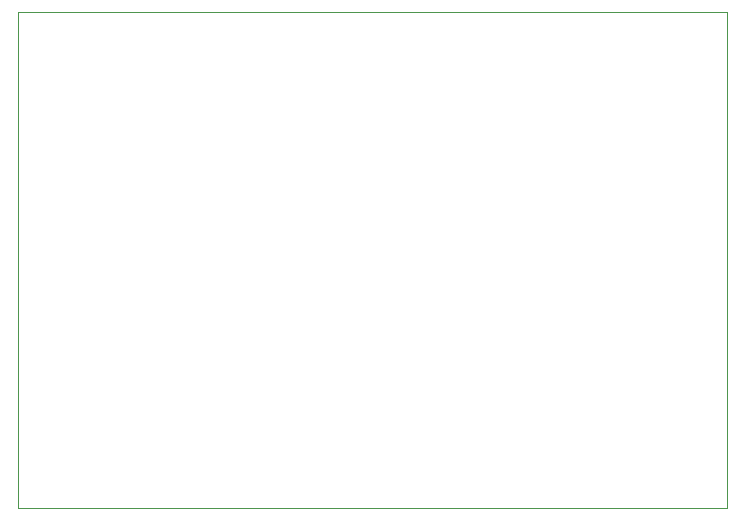
<source format=gbr>
%TF.GenerationSoftware,KiCad,Pcbnew,8.0.6*%
%TF.CreationDate,2025-03-31T10:23:45+02:00*%
%TF.ProjectId,ventil,76656e74-696c-42e6-9b69-6361645f7063,rev?*%
%TF.SameCoordinates,Original*%
%TF.FileFunction,Profile,NP*%
%FSLAX46Y46*%
G04 Gerber Fmt 4.6, Leading zero omitted, Abs format (unit mm)*
G04 Created by KiCad (PCBNEW 8.0.6) date 2025-03-31 10:23:45*
%MOMM*%
%LPD*%
G01*
G04 APERTURE LIST*
%TA.AperFunction,Profile*%
%ADD10C,0.050000*%
%TD*%
G04 APERTURE END LIST*
D10*
X116174484Y-114212925D02*
X176174484Y-114212925D01*
X176174484Y-156212925D01*
X116174484Y-156212925D01*
X116174484Y-114212925D01*
M02*

</source>
